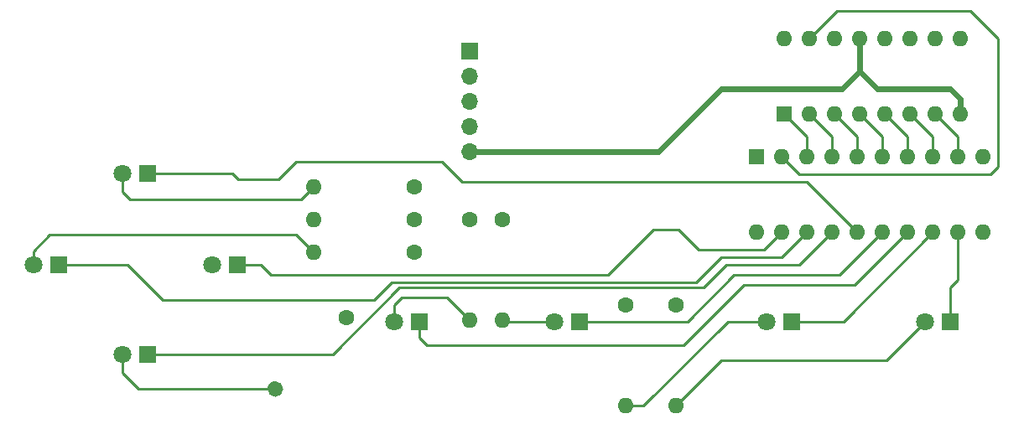
<source format=gbl>
%TF.GenerationSoftware,KiCad,Pcbnew,5.1.10-88a1d61d58~88~ubuntu20.04.1*%
%TF.CreationDate,2021-05-28T03:57:09-05:00*%
%TF.ProjectId,vizboard-nes,76697a62-6f61-4726-942d-6e65732e6b69,rev?*%
%TF.SameCoordinates,Original*%
%TF.FileFunction,Copper,L2,Bot*%
%TF.FilePolarity,Positive*%
%FSLAX46Y46*%
G04 Gerber Fmt 4.6, Leading zero omitted, Abs format (unit mm)*
G04 Created by KiCad (PCBNEW 5.1.10-88a1d61d58~88~ubuntu20.04.1) date 2021-05-28 03:57:09*
%MOMM*%
%LPD*%
G01*
G04 APERTURE LIST*
%TA.AperFunction,ComponentPad*%
%ADD10O,1.600000X1.600000*%
%TD*%
%TA.AperFunction,ComponentPad*%
%ADD11R,1.600000X1.600000*%
%TD*%
%TA.AperFunction,ComponentPad*%
%ADD12C,1.600000*%
%TD*%
%TA.AperFunction,ComponentPad*%
%ADD13O,1.700000X1.700000*%
%TD*%
%TA.AperFunction,ComponentPad*%
%ADD14R,1.700000X1.700000*%
%TD*%
%TA.AperFunction,ComponentPad*%
%ADD15C,1.800000*%
%TD*%
%TA.AperFunction,ComponentPad*%
%ADD16R,1.800000X1.800000*%
%TD*%
%TA.AperFunction,Conductor*%
%ADD17C,0.250000*%
%TD*%
%TA.AperFunction,Conductor*%
%ADD18C,0.600000*%
%TD*%
G04 APERTURE END LIST*
D10*
%TO.P,U2,20*%
%TO.N,/5V*%
X153938000Y-86704000D03*
%TO.P,U2,10*%
%TO.N,Net-(U2-Pad10)*%
X176798000Y-79084000D03*
%TO.P,U2,19*%
%TO.N,/RIGHT*%
X156478000Y-86704000D03*
%TO.P,U2,9*%
%TO.N,Net-(U1-Pad7)*%
X174258000Y-79084000D03*
%TO.P,U2,18*%
%TO.N,/LEFT*%
X159018000Y-86704000D03*
%TO.P,U2,8*%
%TO.N,Net-(U1-Pad6)*%
X171718000Y-79084000D03*
%TO.P,U2,17*%
%TO.N,/DOWN*%
X161558000Y-86704000D03*
%TO.P,U2,7*%
%TO.N,Net-(U1-Pad5)*%
X169178000Y-79084000D03*
%TO.P,U2,16*%
%TO.N,/UP*%
X164098000Y-86704000D03*
%TO.P,U2,6*%
%TO.N,Net-(U1-Pad4)*%
X166638000Y-79084000D03*
%TO.P,U2,15*%
%TO.N,/STA*%
X166638000Y-86704000D03*
%TO.P,U2,5*%
%TO.N,Net-(U1-Pad3)*%
X164098000Y-79084000D03*
%TO.P,U2,14*%
%TO.N,/SEL*%
X169178000Y-86704000D03*
%TO.P,U2,4*%
%TO.N,Net-(U1-Pad2)*%
X161558000Y-79084000D03*
%TO.P,U2,13*%
%TO.N,/B*%
X171718000Y-86704000D03*
%TO.P,U2,3*%
%TO.N,Net-(U1-Pad1)*%
X159018000Y-79084000D03*
%TO.P,U2,12*%
%TO.N,/A*%
X174258000Y-86704000D03*
%TO.P,U2,2*%
%TO.N,Net-(U1-Pad15)*%
X156478000Y-79084000D03*
%TO.P,U2,11*%
%TO.N,/GND*%
X176798000Y-86704000D03*
D11*
%TO.P,U2,1*%
%TO.N,Net-(U2-Pad1)*%
X153938000Y-79084000D03*
%TD*%
D10*
%TO.P,U1,16*%
%TO.N,/5V*%
X156732000Y-67146000D03*
%TO.P,U1,8*%
%TO.N,/GND*%
X174512000Y-74766000D03*
%TO.P,U1,15*%
%TO.N,Net-(U1-Pad15)*%
X159272000Y-67146000D03*
%TO.P,U1,7*%
%TO.N,Net-(U1-Pad7)*%
X171972000Y-74766000D03*
%TO.P,U1,14*%
%TO.N,/SER*%
X161812000Y-67146000D03*
%TO.P,U1,6*%
%TO.N,Net-(U1-Pad6)*%
X169432000Y-74766000D03*
%TO.P,U1,13*%
%TO.N,/GND*%
X164352000Y-67146000D03*
%TO.P,U1,5*%
%TO.N,Net-(U1-Pad5)*%
X166892000Y-74766000D03*
%TO.P,U1,12*%
%TO.N,/STROBE*%
X166892000Y-67146000D03*
%TO.P,U1,4*%
%TO.N,Net-(U1-Pad4)*%
X164352000Y-74766000D03*
%TO.P,U1,11*%
%TO.N,/CLK*%
X169432000Y-67146000D03*
%TO.P,U1,3*%
%TO.N,Net-(U1-Pad3)*%
X161812000Y-74766000D03*
%TO.P,U1,10*%
%TO.N,/5V*%
X171972000Y-67146000D03*
%TO.P,U1,2*%
%TO.N,Net-(U1-Pad2)*%
X159272000Y-74766000D03*
%TO.P,U1,9*%
%TO.N,Net-(U1-Pad9)*%
X174512000Y-67146000D03*
D11*
%TO.P,U1,1*%
%TO.N,Net-(U1-Pad1)*%
X156732000Y-74766000D03*
%TD*%
D10*
%TO.P,R8,2*%
%TO.N,Net-(D8-Pad2)*%
X145810000Y-104230000D03*
D12*
%TO.P,R8,1*%
%TO.N,/5V*%
X145810000Y-94070000D03*
%TD*%
D10*
%TO.P,R7,2*%
%TO.N,Net-(D7-Pad2)*%
X140730000Y-104230000D03*
D12*
%TO.P,R7,1*%
%TO.N,/5V*%
X140730000Y-94070000D03*
%TD*%
D10*
%TO.P,R6,2*%
%TO.N,Net-(D6-Pad2)*%
X124982000Y-95594000D03*
D12*
%TO.P,R6,1*%
%TO.N,/5V*%
X124982000Y-85434000D03*
%TD*%
D10*
%TO.P,R5,2*%
%TO.N,Net-(D5-Pad2)*%
X128284000Y-95594000D03*
D12*
%TO.P,R5,1*%
%TO.N,/5V*%
X128284000Y-85434000D03*
%TD*%
D10*
%TO.P,R4,2*%
%TO.N,Net-(D4-Pad2)*%
X109234000Y-82132000D03*
D12*
%TO.P,R4,1*%
%TO.N,/5V*%
X119394000Y-82132000D03*
%TD*%
%TO.P,R3,2*%
%TO.N,Net-(D3-Pad2)*%
%TA.AperFunction,ComponentPad*%
G36*
G01*
X105917480Y-101958520D02*
X105917480Y-101958520D01*
G75*
G02*
X105917480Y-103089890I-565685J-565685D01*
G01*
X105917480Y-103089890D01*
G75*
G02*
X104786110Y-103089890I-565685J565685D01*
G01*
X104786110Y-103089890D01*
G75*
G02*
X104786110Y-101958520I565685J565685D01*
G01*
X104786110Y-101958520D01*
G75*
G02*
X105917480Y-101958520I565685J-565685D01*
G01*
G37*
%TD.AperFunction*%
%TO.P,R3,1*%
%TO.N,/5V*%
X112536000Y-95340000D03*
%TD*%
D10*
%TO.P,R2,2*%
%TO.N,Net-(D2-Pad2)*%
X109234000Y-88736000D03*
D12*
%TO.P,R2,1*%
%TO.N,/5V*%
X119394000Y-88736000D03*
%TD*%
D10*
%TO.P,R1,2*%
%TO.N,Net-(D1-Pad2)*%
X109234000Y-85434000D03*
D12*
%TO.P,R1,1*%
%TO.N,/5V*%
X119394000Y-85434000D03*
%TD*%
D13*
%TO.P,J1,5*%
%TO.N,/GND*%
X124982000Y-78576000D03*
%TO.P,J1,4*%
%TO.N,/SER*%
X124982000Y-76036000D03*
%TO.P,J1,3*%
%TO.N,/CLK*%
X124982000Y-73496000D03*
%TO.P,J1,2*%
%TO.N,/STROBE*%
X124982000Y-70956000D03*
D14*
%TO.P,J1,1*%
%TO.N,/5V*%
X124982000Y-68416000D03*
%TD*%
D15*
%TO.P,D8,2*%
%TO.N,Net-(D8-Pad2)*%
X170956000Y-95721000D03*
D16*
%TO.P,D8,1*%
%TO.N,/A*%
X173496000Y-95721000D03*
%TD*%
D15*
%TO.P,D7,2*%
%TO.N,Net-(D7-Pad2)*%
X154954000Y-95721000D03*
D16*
%TO.P,D7,1*%
%TO.N,/B*%
X157494000Y-95721000D03*
%TD*%
D15*
%TO.P,D6,2*%
%TO.N,Net-(D6-Pad2)*%
X117362000Y-95721000D03*
D16*
%TO.P,D6,1*%
%TO.N,/SEL*%
X119902000Y-95721000D03*
%TD*%
D15*
%TO.P,D5,2*%
%TO.N,Net-(D5-Pad2)*%
X133491000Y-95721000D03*
D16*
%TO.P,D5,1*%
%TO.N,/STA*%
X136031000Y-95721000D03*
%TD*%
D15*
%TO.P,D4,2*%
%TO.N,Net-(D4-Pad2)*%
X89930000Y-80735000D03*
D16*
%TO.P,D4,1*%
%TO.N,/UP*%
X92470000Y-80735000D03*
%TD*%
D15*
%TO.P,D3,2*%
%TO.N,Net-(D3-Pad2)*%
X89930000Y-99023000D03*
D16*
%TO.P,D3,1*%
%TO.N,/DOWN*%
X92470000Y-99023000D03*
%TD*%
D15*
%TO.P,D2,2*%
%TO.N,Net-(D2-Pad2)*%
X80913000Y-90006000D03*
D16*
%TO.P,D2,1*%
%TO.N,/LEFT*%
X83453000Y-90006000D03*
%TD*%
D15*
%TO.P,D1,2*%
%TO.N,Net-(D1-Pad2)*%
X98947000Y-90006000D03*
D16*
%TO.P,D1,1*%
%TO.N,/RIGHT*%
X101487000Y-90006000D03*
%TD*%
D17*
%TO.N,/RIGHT*%
X101487000Y-90006000D02*
X103900000Y-90006000D01*
X103900000Y-90006000D02*
X104916000Y-91022000D01*
X104916000Y-91022000D02*
X138952000Y-91022000D01*
X138952000Y-91022000D02*
X143524000Y-86450000D01*
X143524000Y-86450000D02*
X146064000Y-86450000D01*
X146064000Y-86450000D02*
X148096000Y-88482000D01*
X154700000Y-88482000D02*
X156478000Y-86704000D01*
X148096000Y-88482000D02*
X154700000Y-88482000D01*
%TO.N,Net-(D2-Pad2)*%
X80913000Y-90006000D02*
X80913000Y-88609000D01*
X80913000Y-88609000D02*
X82564000Y-86958000D01*
X107456000Y-86958000D02*
X109234000Y-88736000D01*
X82564000Y-86958000D02*
X107456000Y-86958000D01*
%TO.N,/LEFT*%
X90438000Y-90006000D02*
X83453000Y-90006000D01*
X93994000Y-93562000D02*
X90438000Y-90006000D01*
X115330000Y-93562000D02*
X93994000Y-93562000D01*
X117108000Y-91784000D02*
X115330000Y-93562000D01*
X150382000Y-89244000D02*
X147842000Y-91784000D01*
X147842000Y-91784000D02*
X117108000Y-91784000D01*
X156478000Y-89244000D02*
X150382000Y-89244000D01*
X159018000Y-86704000D02*
X156478000Y-89244000D01*
%TO.N,Net-(D3-Pad2)*%
X89930000Y-99023000D02*
X89930000Y-100928000D01*
X91526205Y-102524205D02*
X104335795Y-102524205D01*
X89930000Y-100928000D02*
X91526205Y-102524205D01*
X104335795Y-102524205D02*
X105351795Y-102524205D01*
%TO.N,/DOWN*%
X110631000Y-99023000D02*
X92470000Y-99023000D01*
X117870000Y-92292000D02*
X111139000Y-99023000D01*
X148604000Y-92292000D02*
X117870000Y-92292000D01*
X150890000Y-90006000D02*
X148604000Y-92292000D01*
X111139000Y-99023000D02*
X110631000Y-99023000D01*
X158256000Y-90006000D02*
X150890000Y-90006000D01*
X161558000Y-86704000D02*
X158256000Y-90006000D01*
%TO.N,Net-(D4-Pad2)*%
X89930000Y-80735000D02*
X89930000Y-82640000D01*
X89930000Y-82640000D02*
X90692000Y-83402000D01*
X107964000Y-83402000D02*
X109234000Y-82132000D01*
X90692000Y-83402000D02*
X107964000Y-83402000D01*
%TO.N,/UP*%
X100979000Y-80735000D02*
X92470000Y-80735000D01*
X105678000Y-81370000D02*
X101614000Y-81370000D01*
X107456000Y-79592000D02*
X105678000Y-81370000D01*
X122188000Y-79592000D02*
X107456000Y-79592000D01*
X101614000Y-81370000D02*
X100979000Y-80735000D01*
X124220000Y-81624000D02*
X122188000Y-79592000D01*
X159018000Y-81624000D02*
X124220000Y-81624000D01*
X164098000Y-86704000D02*
X159018000Y-81624000D01*
%TO.N,Net-(D5-Pad2)*%
X128411000Y-95721000D02*
X128284000Y-95594000D01*
X133491000Y-95721000D02*
X128411000Y-95721000D01*
%TO.N,/STA*%
X136031000Y-95721000D02*
X146953000Y-95721000D01*
X146953000Y-95721000D02*
X151652000Y-91022000D01*
X162320000Y-91022000D02*
X166638000Y-86704000D01*
X151652000Y-91022000D02*
X162320000Y-91022000D01*
%TO.N,Net-(D6-Pad2)*%
X117362000Y-95721000D02*
X117362000Y-94070000D01*
X117362000Y-94070000D02*
X118124000Y-93308000D01*
X122696000Y-93308000D02*
X124982000Y-95594000D01*
X118124000Y-93308000D02*
X122696000Y-93308000D01*
%TO.N,/SEL*%
X119902000Y-95721000D02*
X119902000Y-97372000D01*
X119902000Y-97372000D02*
X120664000Y-98134000D01*
X120664000Y-98134000D02*
X146572000Y-98134000D01*
X146572000Y-98134000D02*
X152668000Y-92038000D01*
X163844000Y-92038000D02*
X169178000Y-86704000D01*
X152668000Y-92038000D02*
X163844000Y-92038000D01*
%TO.N,Net-(D7-Pad2)*%
X140730000Y-104230000D02*
X142508000Y-104230000D01*
X151017000Y-95721000D02*
X154954000Y-95721000D01*
X142508000Y-104230000D02*
X151017000Y-95721000D01*
%TO.N,/B*%
X162701000Y-95721000D02*
X171718000Y-86704000D01*
X157494000Y-95721000D02*
X162701000Y-95721000D01*
%TO.N,Net-(D8-Pad2)*%
X167019000Y-99658000D02*
X170956000Y-95721000D01*
X150382000Y-99658000D02*
X167019000Y-99658000D01*
X145810000Y-104230000D02*
X150382000Y-99658000D01*
%TO.N,/A*%
X174258000Y-86704000D02*
X174258000Y-91530000D01*
X173496000Y-92292000D02*
X173496000Y-95721000D01*
X174258000Y-91530000D02*
X173496000Y-92292000D01*
D18*
%TO.N,/GND*%
X174512000Y-74766000D02*
X174512000Y-73242000D01*
X174512000Y-73242000D02*
X173496000Y-72226000D01*
X173496000Y-72226000D02*
X166130000Y-72226000D01*
X164352000Y-70448000D02*
X164352000Y-67146000D01*
X166130000Y-72226000D02*
X164352000Y-70448000D01*
X144032000Y-78576000D02*
X124982000Y-78576000D01*
X150382000Y-72226000D02*
X144032000Y-78576000D01*
X162574000Y-72226000D02*
X150382000Y-72226000D01*
X164352000Y-70448000D02*
X162574000Y-72226000D01*
D17*
%TO.N,Net-(U1-Pad15)*%
X156478000Y-79084000D02*
X158256000Y-80862000D01*
X158256000Y-80862000D02*
X177560000Y-80862000D01*
X177560000Y-80862000D02*
X178322000Y-80100000D01*
X178322000Y-80100000D02*
X178322000Y-67146000D01*
X159272000Y-67146000D02*
X162066000Y-64352000D01*
X175528000Y-64352000D02*
X178322000Y-67146000D01*
X162066000Y-64352000D02*
X175528000Y-64352000D01*
%TO.N,Net-(U1-Pad7)*%
X174258000Y-77052000D02*
X171972000Y-74766000D01*
X174258000Y-79084000D02*
X174258000Y-77052000D01*
%TO.N,Net-(U1-Pad6)*%
X171718000Y-77052000D02*
X169432000Y-74766000D01*
X171718000Y-79084000D02*
X171718000Y-77052000D01*
%TO.N,Net-(U1-Pad5)*%
X169178000Y-77052000D02*
X166892000Y-74766000D01*
X169178000Y-79084000D02*
X169178000Y-77052000D01*
%TO.N,Net-(U1-Pad4)*%
X166638000Y-77052000D02*
X164352000Y-74766000D01*
X166638000Y-79084000D02*
X166638000Y-77052000D01*
%TO.N,Net-(U1-Pad3)*%
X164098000Y-77052000D02*
X161812000Y-74766000D01*
X164098000Y-79084000D02*
X164098000Y-77052000D01*
%TO.N,Net-(U1-Pad2)*%
X161558000Y-77052000D02*
X159272000Y-74766000D01*
X161558000Y-79084000D02*
X161558000Y-77052000D01*
%TO.N,Net-(U1-Pad1)*%
X159018000Y-77052000D02*
X156732000Y-74766000D01*
X159018000Y-79084000D02*
X159018000Y-77052000D01*
%TD*%
M02*

</source>
